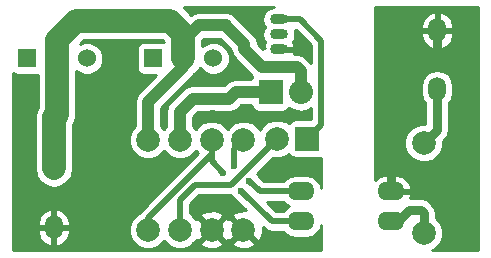
<source format=gbr>
G04 #@! TF.FileFunction,Copper,L1,Top,Signal*
%FSLAX46Y46*%
G04 Gerber Fmt 4.6, Leading zero omitted, Abs format (unit mm)*
G04 Created by KiCad (PCBNEW 4.0.4-stable) date 11/28/16 12:37:25*
%MOMM*%
%LPD*%
G01*
G04 APERTURE LIST*
%ADD10C,0.100000*%
%ADD11C,0.600000*%
%ADD12O,2.300000X1.600000*%
%ADD13C,1.998980*%
%ADD14O,1.501140X0.899160*%
%ADD15O,1.500000X2.000000*%
%ADD16C,1.524000*%
%ADD17R,1.524000X1.524000*%
%ADD18R,2.000000X2.000000*%
%ADD19C,2.000000*%
%ADD20R,2.032000X2.032000*%
%ADD21O,2.032000X2.032000*%
%ADD22C,1.000000*%
%ADD23C,2.000000*%
%ADD24C,0.500000*%
%ADD25C,0.800000*%
%ADD26C,0.250000*%
G04 APERTURE END LIST*
D10*
D11*
X216890000Y-133465000D03*
X220125000Y-136600000D03*
X218665000Y-130265000D03*
X185775000Y-133825000D03*
X209925000Y-135275000D03*
X206875000Y-138475000D03*
X206450000Y-135225000D03*
X210075000Y-141650000D03*
X190475000Y-137550000D03*
X195725000Y-135975000D03*
X193125000Y-133200000D03*
X201725000Y-130650000D03*
X203600000Y-127075000D03*
X185800000Y-128425000D03*
X193850000Y-127450000D03*
X191425000Y-130025000D03*
X205550000Y-123925000D03*
X191000000Y-134800000D03*
X200675000Y-127700000D03*
D12*
X216750000Y-139800000D03*
X216750000Y-137260000D03*
X209130000Y-137260000D03*
X209130000Y-139800000D03*
D11*
X186375000Y-137700000D03*
X222800000Y-140275000D03*
X217600000Y-125925000D03*
X222800000Y-136075000D03*
X223175000Y-122825000D03*
X222875000Y-127175000D03*
X222290000Y-132340000D03*
X206500000Y-141675000D03*
X191650000Y-140925000D03*
X186050000Y-130650000D03*
X185925000Y-141150000D03*
X193525000Y-137675000D03*
X198275000Y-135075000D03*
X193750000Y-125350000D03*
X193875000Y-130650000D03*
D13*
X196200000Y-132900000D03*
X196200000Y-140520000D03*
X219550000Y-140800000D03*
X219550000Y-133180000D03*
X201600000Y-140500000D03*
X201600000Y-132880000D03*
X204300000Y-140500000D03*
X204300000Y-132880000D03*
D14*
X207300000Y-123970000D03*
X207300000Y-125240000D03*
X207300000Y-122700000D03*
D11*
X216650000Y-122675000D03*
D15*
X188250000Y-135300000D03*
X188250000Y-140300000D03*
X220700000Y-123600000D03*
X220700000Y-128600000D03*
D16*
X188500000Y-126000000D03*
X191040000Y-126000000D03*
D17*
X185960000Y-126000000D03*
D16*
X199200000Y-126000000D03*
X201740000Y-126000000D03*
D17*
X196660000Y-126000000D03*
D18*
X209700000Y-132800000D03*
D19*
X207160000Y-132800000D03*
D20*
X206600000Y-128850000D03*
D21*
X209140000Y-128850000D03*
D13*
X198900000Y-140500000D03*
X198900000Y-132880000D03*
D11*
X202600000Y-135700000D03*
X204100000Y-137200000D03*
X203500000Y-135100000D03*
X204800000Y-136400000D03*
D22*
X202800000Y-123200000D02*
X202800000Y-123225000D01*
X202800000Y-123225000D02*
X204375000Y-124800000D01*
X204375000Y-124800000D02*
X204375000Y-125225000D01*
X204375000Y-125225000D02*
X205900000Y-126750000D01*
X205900000Y-126750000D02*
X208800000Y-126750000D01*
X208800000Y-126750000D02*
X209140000Y-127090000D01*
X209140000Y-127090000D02*
X209140000Y-128850000D01*
X200000000Y-129400000D02*
X203100000Y-129400000D01*
X203100000Y-129400000D02*
X203650000Y-128850000D01*
X203650000Y-128850000D02*
X206600000Y-128850000D01*
D23*
X188250000Y-135300000D02*
X188250000Y-131000000D01*
X188500000Y-130750000D02*
X188500000Y-126000000D01*
X188250000Y-131000000D02*
X188500000Y-130750000D01*
D22*
X200000000Y-129400000D02*
X198900000Y-130500000D01*
X198900000Y-130500000D02*
X198900000Y-132880000D01*
X199200000Y-126000000D02*
X199200000Y-126700000D01*
X199200000Y-126700000D02*
X196200000Y-129700000D01*
X196200000Y-129700000D02*
X196200000Y-132900000D01*
X199200000Y-124500000D02*
X199200000Y-126000000D01*
X200500000Y-123200000D02*
X202800000Y-123200000D01*
X199200000Y-124500000D02*
X200500000Y-123200000D01*
D23*
X188500000Y-126000000D02*
X188500000Y-124400000D01*
X199200000Y-123900000D02*
X199200000Y-126000000D01*
X198100000Y-122800000D02*
X199200000Y-123900000D01*
X190100000Y-122800000D02*
X198100000Y-122800000D01*
X188500000Y-124400000D02*
X190100000Y-122800000D01*
D24*
X207280000Y-139800000D02*
X209130000Y-139800000D01*
X196200000Y-140520000D02*
X196200000Y-139500000D01*
X201600000Y-134100000D02*
X201600000Y-132880000D01*
X196200000Y-139500000D02*
X201600000Y-134100000D01*
X207280000Y-139800000D02*
X206700000Y-139800000D01*
X206700000Y-139800000D02*
X204100000Y-137200000D01*
X201600000Y-134700000D02*
X201600000Y-132880000D01*
X202600000Y-135700000D02*
X201600000Y-134700000D01*
X207280000Y-139800000D02*
X206800000Y-139800000D01*
D25*
X219550000Y-140800000D02*
X219550000Y-139100000D01*
X218300000Y-138875000D02*
X217375000Y-139800000D01*
X219325000Y-138875000D02*
X218300000Y-138875000D01*
X219550000Y-139100000D02*
X219325000Y-138875000D01*
X217375000Y-139800000D02*
X216750000Y-139800000D01*
X220700000Y-128600000D02*
X220700000Y-132030000D01*
X220700000Y-132030000D02*
X219550000Y-133180000D01*
D24*
X207275000Y-137260000D02*
X209130000Y-137260000D01*
X207280000Y-137260000D02*
X207275000Y-137260000D01*
X207275000Y-137260000D02*
X205660000Y-137260000D01*
X203500000Y-133680000D02*
X204300000Y-132880000D01*
X205660000Y-137260000D02*
X204800000Y-136400000D01*
X203500000Y-135100000D02*
X203500000Y-133680000D01*
D25*
X216750000Y-137260000D02*
X216750000Y-133775000D01*
X220700000Y-125400000D02*
X220700000Y-123600000D01*
X217350000Y-128750000D02*
X220700000Y-125400000D01*
X217350000Y-133175000D02*
X217350000Y-128750000D01*
X216750000Y-133775000D02*
X217350000Y-133175000D01*
D24*
X198900000Y-140500000D02*
X198900000Y-138000000D01*
X203260000Y-136700000D02*
X207160000Y-132800000D01*
X200200000Y-136700000D02*
X203260000Y-136700000D01*
X198900000Y-138000000D02*
X200200000Y-136700000D01*
X207300000Y-122700000D02*
X209100000Y-122700000D01*
X210900000Y-131600000D02*
X209700000Y-132800000D01*
X210900000Y-124500000D02*
X210900000Y-131600000D01*
X209100000Y-122700000D02*
X210900000Y-124500000D01*
D26*
G36*
X224150000Y-142250000D02*
X220294694Y-142250000D01*
X220468998Y-142177979D01*
X220926373Y-141721401D01*
X221174208Y-141124549D01*
X221174772Y-140478287D01*
X220927979Y-139881002D01*
X220575000Y-139527407D01*
X220575000Y-139100000D01*
X220496977Y-138707749D01*
X220274784Y-138375216D01*
X220049784Y-138150216D01*
X219717251Y-137928023D01*
X219717246Y-137928022D01*
X219325000Y-137850000D01*
X218376544Y-137850000D01*
X218464364Y-137689839D01*
X218482476Y-137605521D01*
X218362577Y-137385000D01*
X216875000Y-137385000D01*
X216875000Y-137405000D01*
X216625000Y-137405000D01*
X216625000Y-137385000D01*
X216605000Y-137385000D01*
X216605000Y-137135000D01*
X216625000Y-137135000D01*
X216625000Y-135835000D01*
X216875000Y-135835000D01*
X216875000Y-137135000D01*
X218362577Y-137135000D01*
X218482476Y-136914479D01*
X218464364Y-136830161D01*
X218196016Y-136340761D01*
X217760809Y-135991307D01*
X217225000Y-135835000D01*
X216875000Y-135835000D01*
X216625000Y-135835000D01*
X216275000Y-135835000D01*
X215739191Y-135991307D01*
X215400000Y-136263664D01*
X215400000Y-133501713D01*
X217925228Y-133501713D01*
X218172021Y-134098998D01*
X218628599Y-134556373D01*
X219225451Y-134804208D01*
X219871713Y-134804772D01*
X220468998Y-134557979D01*
X220926373Y-134101401D01*
X221174208Y-133504549D01*
X221174644Y-133004925D01*
X221424785Y-132754784D01*
X221624950Y-132455216D01*
X221646977Y-132422251D01*
X221725000Y-132030000D01*
X221725000Y-129775195D01*
X221970334Y-129408026D01*
X222075000Y-128881836D01*
X222075000Y-128318164D01*
X221970334Y-127791974D01*
X221672272Y-127345892D01*
X221226190Y-127047830D01*
X220700000Y-126943164D01*
X220173810Y-127047830D01*
X219727728Y-127345892D01*
X219429666Y-127791974D01*
X219325000Y-128318164D01*
X219325000Y-128881836D01*
X219429666Y-129408026D01*
X219675000Y-129775195D01*
X219675000Y-131555618D01*
X219228287Y-131555228D01*
X218631002Y-131802021D01*
X218173627Y-132258599D01*
X217925792Y-132855451D01*
X217925228Y-133501713D01*
X215400000Y-133501713D01*
X215400000Y-123725000D01*
X219325000Y-123725000D01*
X219325000Y-123975000D01*
X219477501Y-124491675D01*
X219816117Y-124910661D01*
X220289296Y-125168170D01*
X220362332Y-125182893D01*
X220575000Y-125062323D01*
X220575000Y-123725000D01*
X220825000Y-123725000D01*
X220825000Y-125062323D01*
X221037668Y-125182893D01*
X221110704Y-125168170D01*
X221583883Y-124910661D01*
X221922499Y-124491675D01*
X222075000Y-123975000D01*
X222075000Y-123725000D01*
X220825000Y-123725000D01*
X220575000Y-123725000D01*
X219325000Y-123725000D01*
X215400000Y-123725000D01*
X215400000Y-123225000D01*
X219325000Y-123225000D01*
X219325000Y-123475000D01*
X220575000Y-123475000D01*
X220575000Y-122137677D01*
X220825000Y-122137677D01*
X220825000Y-123475000D01*
X222075000Y-123475000D01*
X222075000Y-123225000D01*
X221922499Y-122708325D01*
X221583883Y-122289339D01*
X221110704Y-122031830D01*
X221037668Y-122017107D01*
X220825000Y-122137677D01*
X220575000Y-122137677D01*
X220362332Y-122017107D01*
X220289296Y-122031830D01*
X219816117Y-122289339D01*
X219477501Y-122708325D01*
X219325000Y-123225000D01*
X215400000Y-123225000D01*
X215400000Y-121650000D01*
X224150000Y-121650000D01*
X224150000Y-142250000D01*
X224150000Y-142250000D01*
G37*
X224150000Y-142250000D02*
X220294694Y-142250000D01*
X220468998Y-142177979D01*
X220926373Y-141721401D01*
X221174208Y-141124549D01*
X221174772Y-140478287D01*
X220927979Y-139881002D01*
X220575000Y-139527407D01*
X220575000Y-139100000D01*
X220496977Y-138707749D01*
X220274784Y-138375216D01*
X220049784Y-138150216D01*
X219717251Y-137928023D01*
X219717246Y-137928022D01*
X219325000Y-137850000D01*
X218376544Y-137850000D01*
X218464364Y-137689839D01*
X218482476Y-137605521D01*
X218362577Y-137385000D01*
X216875000Y-137385000D01*
X216875000Y-137405000D01*
X216625000Y-137405000D01*
X216625000Y-137385000D01*
X216605000Y-137385000D01*
X216605000Y-137135000D01*
X216625000Y-137135000D01*
X216625000Y-135835000D01*
X216875000Y-135835000D01*
X216875000Y-137135000D01*
X218362577Y-137135000D01*
X218482476Y-136914479D01*
X218464364Y-136830161D01*
X218196016Y-136340761D01*
X217760809Y-135991307D01*
X217225000Y-135835000D01*
X216875000Y-135835000D01*
X216625000Y-135835000D01*
X216275000Y-135835000D01*
X215739191Y-135991307D01*
X215400000Y-136263664D01*
X215400000Y-133501713D01*
X217925228Y-133501713D01*
X218172021Y-134098998D01*
X218628599Y-134556373D01*
X219225451Y-134804208D01*
X219871713Y-134804772D01*
X220468998Y-134557979D01*
X220926373Y-134101401D01*
X221174208Y-133504549D01*
X221174644Y-133004925D01*
X221424785Y-132754784D01*
X221624950Y-132455216D01*
X221646977Y-132422251D01*
X221725000Y-132030000D01*
X221725000Y-129775195D01*
X221970334Y-129408026D01*
X222075000Y-128881836D01*
X222075000Y-128318164D01*
X221970334Y-127791974D01*
X221672272Y-127345892D01*
X221226190Y-127047830D01*
X220700000Y-126943164D01*
X220173810Y-127047830D01*
X219727728Y-127345892D01*
X219429666Y-127791974D01*
X219325000Y-128318164D01*
X219325000Y-128881836D01*
X219429666Y-129408026D01*
X219675000Y-129775195D01*
X219675000Y-131555618D01*
X219228287Y-131555228D01*
X218631002Y-131802021D01*
X218173627Y-132258599D01*
X217925792Y-132855451D01*
X217925228Y-133501713D01*
X215400000Y-133501713D01*
X215400000Y-123725000D01*
X219325000Y-123725000D01*
X219325000Y-123975000D01*
X219477501Y-124491675D01*
X219816117Y-124910661D01*
X220289296Y-125168170D01*
X220362332Y-125182893D01*
X220575000Y-125062323D01*
X220575000Y-123725000D01*
X220825000Y-123725000D01*
X220825000Y-125062323D01*
X221037668Y-125182893D01*
X221110704Y-125168170D01*
X221583883Y-124910661D01*
X221922499Y-124491675D01*
X222075000Y-123975000D01*
X222075000Y-123725000D01*
X220825000Y-123725000D01*
X220575000Y-123725000D01*
X219325000Y-123725000D01*
X215400000Y-123725000D01*
X215400000Y-123225000D01*
X219325000Y-123225000D01*
X219325000Y-123475000D01*
X220575000Y-123475000D01*
X220575000Y-122137677D01*
X220825000Y-122137677D01*
X220825000Y-123475000D01*
X222075000Y-123475000D01*
X222075000Y-123225000D01*
X221922499Y-122708325D01*
X221583883Y-122289339D01*
X221110704Y-122031830D01*
X221037668Y-122017107D01*
X220825000Y-122137677D01*
X220575000Y-122137677D01*
X220362332Y-122017107D01*
X220289296Y-122031830D01*
X219816117Y-122289339D01*
X219477501Y-122708325D01*
X219325000Y-123225000D01*
X215400000Y-123225000D01*
X215400000Y-121650000D01*
X224150000Y-121650000D01*
X224150000Y-142250000D01*
G36*
X197575000Y-124573097D02*
X197575000Y-124631739D01*
X197422000Y-124600756D01*
X195898000Y-124600756D01*
X195666389Y-124644337D01*
X195453668Y-124781219D01*
X195310962Y-124990076D01*
X195260756Y-125238000D01*
X195260756Y-126762000D01*
X195304337Y-126993611D01*
X195441219Y-127206332D01*
X195650076Y-127349038D01*
X195898000Y-127399244D01*
X196909766Y-127399244D01*
X195404505Y-128904505D01*
X195160636Y-129269481D01*
X195075000Y-129700000D01*
X195075000Y-131727664D01*
X194823627Y-131978599D01*
X194575792Y-132575451D01*
X194575228Y-133221713D01*
X194822021Y-133818998D01*
X195278599Y-134276373D01*
X195875451Y-134524208D01*
X196521713Y-134524772D01*
X197118998Y-134277979D01*
X197560351Y-133837395D01*
X197978599Y-134256373D01*
X198575451Y-134504208D01*
X199221713Y-134504772D01*
X199818998Y-134257979D01*
X200250351Y-133827378D01*
X200442601Y-134019963D01*
X195581282Y-138881282D01*
X195455137Y-139070070D01*
X195281002Y-139142021D01*
X194823627Y-139598599D01*
X194575792Y-140195451D01*
X194575228Y-140841713D01*
X194822021Y-141438998D01*
X195278599Y-141896373D01*
X195875451Y-142144208D01*
X196521713Y-142144772D01*
X197118998Y-141897979D01*
X197560351Y-141457395D01*
X197978599Y-141876373D01*
X198575451Y-142124208D01*
X199221713Y-142124772D01*
X199818998Y-141877979D01*
X200051976Y-141645406D01*
X200631370Y-141645406D01*
X200730346Y-141909639D01*
X201335990Y-142135139D01*
X201981828Y-142111704D01*
X202469654Y-141909639D01*
X202568630Y-141645406D01*
X203331370Y-141645406D01*
X203430346Y-141909639D01*
X204035990Y-142135139D01*
X204681828Y-142111704D01*
X205169654Y-141909639D01*
X205268630Y-141645406D01*
X204300000Y-140676777D01*
X203331370Y-141645406D01*
X202568630Y-141645406D01*
X201600000Y-140676777D01*
X200631370Y-141645406D01*
X200051976Y-141645406D01*
X200276373Y-141421401D01*
X200283391Y-141404501D01*
X200454594Y-141468630D01*
X201423223Y-140500000D01*
X201776777Y-140500000D01*
X202745406Y-141468630D01*
X202950000Y-141391993D01*
X203154594Y-141468630D01*
X204123223Y-140500000D01*
X203154594Y-139531370D01*
X202950000Y-139608007D01*
X202745406Y-139531370D01*
X201776777Y-140500000D01*
X201423223Y-140500000D01*
X200454594Y-139531370D01*
X200283892Y-139595311D01*
X200277979Y-139581002D01*
X200051966Y-139354594D01*
X200631370Y-139354594D01*
X201600000Y-140323223D01*
X202568630Y-139354594D01*
X202469654Y-139090361D01*
X201864010Y-138864861D01*
X201218172Y-138888296D01*
X200730346Y-139090361D01*
X200631370Y-139354594D01*
X200051966Y-139354594D01*
X199821401Y-139123627D01*
X199775000Y-139104360D01*
X199775000Y-138362436D01*
X200562437Y-137575000D01*
X203254095Y-137575000D01*
X203315366Y-137723286D01*
X203575345Y-137983720D01*
X203696657Y-138034093D01*
X204528706Y-138866142D01*
X203918172Y-138888296D01*
X203430346Y-139090361D01*
X203331370Y-139354594D01*
X204300000Y-140323223D01*
X204314142Y-140309081D01*
X204490919Y-140485858D01*
X204476777Y-140500000D01*
X205445406Y-141468630D01*
X205709639Y-141369654D01*
X205935139Y-140764010D01*
X205916635Y-140254072D01*
X206081281Y-140418718D01*
X206202928Y-140500000D01*
X206365152Y-140608395D01*
X206700000Y-140675000D01*
X207648980Y-140675000D01*
X207737599Y-140807627D01*
X208199902Y-141116528D01*
X208745226Y-141225000D01*
X209514774Y-141225000D01*
X210060098Y-141116528D01*
X210522401Y-140807627D01*
X210831302Y-140345324D01*
X210875000Y-140125640D01*
X210875000Y-142250000D01*
X184800000Y-142250000D01*
X184800000Y-140425000D01*
X186875000Y-140425000D01*
X186875000Y-140675000D01*
X187027501Y-141191675D01*
X187366117Y-141610661D01*
X187839296Y-141868170D01*
X187912332Y-141882893D01*
X188125000Y-141762323D01*
X188125000Y-140425000D01*
X188375000Y-140425000D01*
X188375000Y-141762323D01*
X188587668Y-141882893D01*
X188660704Y-141868170D01*
X189133883Y-141610661D01*
X189472499Y-141191675D01*
X189625000Y-140675000D01*
X189625000Y-140425000D01*
X188375000Y-140425000D01*
X188125000Y-140425000D01*
X186875000Y-140425000D01*
X184800000Y-140425000D01*
X184800000Y-139925000D01*
X186875000Y-139925000D01*
X186875000Y-140175000D01*
X188125000Y-140175000D01*
X188125000Y-138837677D01*
X188375000Y-138837677D01*
X188375000Y-140175000D01*
X189625000Y-140175000D01*
X189625000Y-139925000D01*
X189472499Y-139408325D01*
X189133883Y-138989339D01*
X188660704Y-138731830D01*
X188587668Y-138717107D01*
X188375000Y-138837677D01*
X188125000Y-138837677D01*
X187912332Y-138717107D01*
X187839296Y-138731830D01*
X187366117Y-138989339D01*
X187027501Y-139408325D01*
X186875000Y-139925000D01*
X184800000Y-139925000D01*
X184800000Y-127246495D01*
X184950076Y-127349038D01*
X185198000Y-127399244D01*
X186722000Y-127399244D01*
X186875000Y-127370455D01*
X186875000Y-130189111D01*
X186748696Y-130378139D01*
X186748696Y-130378140D01*
X186624999Y-131000000D01*
X186625000Y-131000005D01*
X186625000Y-135300000D01*
X186748696Y-135921861D01*
X187100951Y-136449049D01*
X187628139Y-136801304D01*
X187655968Y-136806840D01*
X187723810Y-136852170D01*
X188250000Y-136956836D01*
X188776190Y-136852170D01*
X188844032Y-136806840D01*
X188871861Y-136801304D01*
X189399049Y-136449049D01*
X189751304Y-135921861D01*
X189875000Y-135300000D01*
X189875000Y-131560889D01*
X190001304Y-131371861D01*
X190125000Y-130750000D01*
X190125000Y-127046630D01*
X190253302Y-127175156D01*
X190762898Y-127386759D01*
X191314681Y-127387240D01*
X191824646Y-127176527D01*
X192215156Y-126786698D01*
X192426759Y-126277102D01*
X192427240Y-125725319D01*
X192216527Y-125215354D01*
X191826698Y-124824844D01*
X191317102Y-124613241D01*
X190765319Y-124612760D01*
X190458607Y-124739491D01*
X190773097Y-124425000D01*
X197426902Y-124425000D01*
X197575000Y-124573097D01*
X197575000Y-124573097D01*
G37*
X197575000Y-124573097D02*
X197575000Y-124631739D01*
X197422000Y-124600756D01*
X195898000Y-124600756D01*
X195666389Y-124644337D01*
X195453668Y-124781219D01*
X195310962Y-124990076D01*
X195260756Y-125238000D01*
X195260756Y-126762000D01*
X195304337Y-126993611D01*
X195441219Y-127206332D01*
X195650076Y-127349038D01*
X195898000Y-127399244D01*
X196909766Y-127399244D01*
X195404505Y-128904505D01*
X195160636Y-129269481D01*
X195075000Y-129700000D01*
X195075000Y-131727664D01*
X194823627Y-131978599D01*
X194575792Y-132575451D01*
X194575228Y-133221713D01*
X194822021Y-133818998D01*
X195278599Y-134276373D01*
X195875451Y-134524208D01*
X196521713Y-134524772D01*
X197118998Y-134277979D01*
X197560351Y-133837395D01*
X197978599Y-134256373D01*
X198575451Y-134504208D01*
X199221713Y-134504772D01*
X199818998Y-134257979D01*
X200250351Y-133827378D01*
X200442601Y-134019963D01*
X195581282Y-138881282D01*
X195455137Y-139070070D01*
X195281002Y-139142021D01*
X194823627Y-139598599D01*
X194575792Y-140195451D01*
X194575228Y-140841713D01*
X194822021Y-141438998D01*
X195278599Y-141896373D01*
X195875451Y-142144208D01*
X196521713Y-142144772D01*
X197118998Y-141897979D01*
X197560351Y-141457395D01*
X197978599Y-141876373D01*
X198575451Y-142124208D01*
X199221713Y-142124772D01*
X199818998Y-141877979D01*
X200051976Y-141645406D01*
X200631370Y-141645406D01*
X200730346Y-141909639D01*
X201335990Y-142135139D01*
X201981828Y-142111704D01*
X202469654Y-141909639D01*
X202568630Y-141645406D01*
X203331370Y-141645406D01*
X203430346Y-141909639D01*
X204035990Y-142135139D01*
X204681828Y-142111704D01*
X205169654Y-141909639D01*
X205268630Y-141645406D01*
X204300000Y-140676777D01*
X203331370Y-141645406D01*
X202568630Y-141645406D01*
X201600000Y-140676777D01*
X200631370Y-141645406D01*
X200051976Y-141645406D01*
X200276373Y-141421401D01*
X200283391Y-141404501D01*
X200454594Y-141468630D01*
X201423223Y-140500000D01*
X201776777Y-140500000D01*
X202745406Y-141468630D01*
X202950000Y-141391993D01*
X203154594Y-141468630D01*
X204123223Y-140500000D01*
X203154594Y-139531370D01*
X202950000Y-139608007D01*
X202745406Y-139531370D01*
X201776777Y-140500000D01*
X201423223Y-140500000D01*
X200454594Y-139531370D01*
X200283892Y-139595311D01*
X200277979Y-139581002D01*
X200051966Y-139354594D01*
X200631370Y-139354594D01*
X201600000Y-140323223D01*
X202568630Y-139354594D01*
X202469654Y-139090361D01*
X201864010Y-138864861D01*
X201218172Y-138888296D01*
X200730346Y-139090361D01*
X200631370Y-139354594D01*
X200051966Y-139354594D01*
X199821401Y-139123627D01*
X199775000Y-139104360D01*
X199775000Y-138362436D01*
X200562437Y-137575000D01*
X203254095Y-137575000D01*
X203315366Y-137723286D01*
X203575345Y-137983720D01*
X203696657Y-138034093D01*
X204528706Y-138866142D01*
X203918172Y-138888296D01*
X203430346Y-139090361D01*
X203331370Y-139354594D01*
X204300000Y-140323223D01*
X204314142Y-140309081D01*
X204490919Y-140485858D01*
X204476777Y-140500000D01*
X205445406Y-141468630D01*
X205709639Y-141369654D01*
X205935139Y-140764010D01*
X205916635Y-140254072D01*
X206081281Y-140418718D01*
X206202928Y-140500000D01*
X206365152Y-140608395D01*
X206700000Y-140675000D01*
X207648980Y-140675000D01*
X207737599Y-140807627D01*
X208199902Y-141116528D01*
X208745226Y-141225000D01*
X209514774Y-141225000D01*
X210060098Y-141116528D01*
X210522401Y-140807627D01*
X210831302Y-140345324D01*
X210875000Y-140125640D01*
X210875000Y-142250000D01*
X184800000Y-142250000D01*
X184800000Y-140425000D01*
X186875000Y-140425000D01*
X186875000Y-140675000D01*
X187027501Y-141191675D01*
X187366117Y-141610661D01*
X187839296Y-141868170D01*
X187912332Y-141882893D01*
X188125000Y-141762323D01*
X188125000Y-140425000D01*
X188375000Y-140425000D01*
X188375000Y-141762323D01*
X188587668Y-141882893D01*
X188660704Y-141868170D01*
X189133883Y-141610661D01*
X189472499Y-141191675D01*
X189625000Y-140675000D01*
X189625000Y-140425000D01*
X188375000Y-140425000D01*
X188125000Y-140425000D01*
X186875000Y-140425000D01*
X184800000Y-140425000D01*
X184800000Y-139925000D01*
X186875000Y-139925000D01*
X186875000Y-140175000D01*
X188125000Y-140175000D01*
X188125000Y-138837677D01*
X188375000Y-138837677D01*
X188375000Y-140175000D01*
X189625000Y-140175000D01*
X189625000Y-139925000D01*
X189472499Y-139408325D01*
X189133883Y-138989339D01*
X188660704Y-138731830D01*
X188587668Y-138717107D01*
X188375000Y-138837677D01*
X188125000Y-138837677D01*
X187912332Y-138717107D01*
X187839296Y-138731830D01*
X187366117Y-138989339D01*
X187027501Y-139408325D01*
X186875000Y-139925000D01*
X184800000Y-139925000D01*
X184800000Y-127246495D01*
X184950076Y-127349038D01*
X185198000Y-127399244D01*
X186722000Y-127399244D01*
X186875000Y-127370455D01*
X186875000Y-130189111D01*
X186748696Y-130378139D01*
X186748696Y-130378140D01*
X186624999Y-131000000D01*
X186625000Y-131000005D01*
X186625000Y-135300000D01*
X186748696Y-135921861D01*
X187100951Y-136449049D01*
X187628139Y-136801304D01*
X187655968Y-136806840D01*
X187723810Y-136852170D01*
X188250000Y-136956836D01*
X188776190Y-136852170D01*
X188844032Y-136806840D01*
X188871861Y-136801304D01*
X189399049Y-136449049D01*
X189751304Y-135921861D01*
X189875000Y-135300000D01*
X189875000Y-131560889D01*
X190001304Y-131371861D01*
X190125000Y-130750000D01*
X190125000Y-127046630D01*
X190253302Y-127175156D01*
X190762898Y-127386759D01*
X191314681Y-127387240D01*
X191824646Y-127176527D01*
X192215156Y-126786698D01*
X192426759Y-126277102D01*
X192427240Y-125725319D01*
X192216527Y-125215354D01*
X191826698Y-124824844D01*
X191317102Y-124613241D01*
X190765319Y-124612760D01*
X190458607Y-124739491D01*
X190773097Y-124425000D01*
X197426902Y-124425000D01*
X197575000Y-124573097D01*
G36*
X207737599Y-138267627D02*
X208130268Y-138530000D01*
X207737599Y-138792373D01*
X207648980Y-138925000D01*
X207062437Y-138925000D01*
X206272437Y-138135000D01*
X207648980Y-138135000D01*
X207737599Y-138267627D01*
X207737599Y-138267627D01*
G37*
X207737599Y-138267627D02*
X208130268Y-138530000D01*
X207737599Y-138792373D01*
X207648980Y-138925000D01*
X207062437Y-138925000D01*
X206272437Y-138135000D01*
X207648980Y-138135000D01*
X207737599Y-138267627D01*
G36*
X208243219Y-134244332D02*
X208452076Y-134387038D01*
X208700000Y-134437244D01*
X210700000Y-134437244D01*
X210875000Y-134404315D01*
X210875000Y-136934360D01*
X210831302Y-136714676D01*
X210522401Y-136252373D01*
X210060098Y-135943472D01*
X209514774Y-135835000D01*
X208745226Y-135835000D01*
X208199902Y-135943472D01*
X207737599Y-136252373D01*
X207648980Y-136385000D01*
X206022437Y-136385000D01*
X205634264Y-135996828D01*
X205584634Y-135876714D01*
X205452794Y-135744643D01*
X206791095Y-134406342D01*
X206835349Y-134424718D01*
X207481814Y-134425282D01*
X208079286Y-134178412D01*
X208153274Y-134104553D01*
X208243219Y-134244332D01*
X208243219Y-134244332D01*
G37*
X208243219Y-134244332D02*
X208452076Y-134387038D01*
X208700000Y-134437244D01*
X210700000Y-134437244D01*
X210875000Y-134404315D01*
X210875000Y-136934360D01*
X210831302Y-136714676D01*
X210522401Y-136252373D01*
X210060098Y-135943472D01*
X209514774Y-135835000D01*
X208745226Y-135835000D01*
X208199902Y-135943472D01*
X207737599Y-136252373D01*
X207648980Y-136385000D01*
X206022437Y-136385000D01*
X205634264Y-135996828D01*
X205584634Y-135876714D01*
X205452794Y-135744643D01*
X206791095Y-134406342D01*
X206835349Y-134424718D01*
X207481814Y-134425282D01*
X208079286Y-134178412D01*
X208153274Y-134104553D01*
X208243219Y-134244332D01*
G36*
X204990337Y-130097611D02*
X205127219Y-130310332D01*
X205336076Y-130453038D01*
X205584000Y-130503244D01*
X207616000Y-130503244D01*
X207847611Y-130459663D01*
X208060332Y-130322781D01*
X208166514Y-130167378D01*
X208512016Y-130398235D01*
X209140000Y-130523149D01*
X209767984Y-130398235D01*
X210025000Y-130226502D01*
X210025000Y-131162756D01*
X208700000Y-131162756D01*
X208468389Y-131206337D01*
X208255668Y-131343219D01*
X208152533Y-131494161D01*
X208081691Y-131423195D01*
X207484651Y-131175282D01*
X206838186Y-131174718D01*
X206240714Y-131421588D01*
X205783195Y-131878309D01*
X205713331Y-132046560D01*
X205677979Y-131961002D01*
X205221401Y-131503627D01*
X204624549Y-131255792D01*
X203978287Y-131255228D01*
X203381002Y-131502021D01*
X202949649Y-131932622D01*
X202521401Y-131503627D01*
X201924549Y-131255792D01*
X201278287Y-131255228D01*
X200681002Y-131502021D01*
X200249649Y-131932622D01*
X200025000Y-131707581D01*
X200025000Y-130965990D01*
X200465990Y-130525000D01*
X203100000Y-130525000D01*
X203530519Y-130439364D01*
X203895495Y-130195495D01*
X204115990Y-129975000D01*
X204967266Y-129975000D01*
X204990337Y-130097611D01*
X204990337Y-130097611D01*
G37*
X204990337Y-130097611D02*
X205127219Y-130310332D01*
X205336076Y-130453038D01*
X205584000Y-130503244D01*
X207616000Y-130503244D01*
X207847611Y-130459663D01*
X208060332Y-130322781D01*
X208166514Y-130167378D01*
X208512016Y-130398235D01*
X209140000Y-130523149D01*
X209767984Y-130398235D01*
X210025000Y-130226502D01*
X210025000Y-131162756D01*
X208700000Y-131162756D01*
X208468389Y-131206337D01*
X208255668Y-131343219D01*
X208152533Y-131494161D01*
X208081691Y-131423195D01*
X207484651Y-131175282D01*
X206838186Y-131174718D01*
X206240714Y-131421588D01*
X205783195Y-131878309D01*
X205713331Y-132046560D01*
X205677979Y-131961002D01*
X205221401Y-131503627D01*
X204624549Y-131255792D01*
X203978287Y-131255228D01*
X203381002Y-131502021D01*
X202949649Y-131932622D01*
X202521401Y-131503627D01*
X201924549Y-131255792D01*
X201278287Y-131255228D01*
X200681002Y-131502021D01*
X200249649Y-131932622D01*
X200025000Y-131707581D01*
X200025000Y-130965990D01*
X200465990Y-130525000D01*
X203100000Y-130525000D01*
X203530519Y-130439364D01*
X203895495Y-130195495D01*
X204115990Y-129975000D01*
X204967266Y-129975000D01*
X204990337Y-130097611D01*
G36*
X203260178Y-125276168D02*
X203335636Y-125655519D01*
X203565811Y-126000000D01*
X203579505Y-126020495D01*
X205057088Y-127498078D01*
X204996962Y-127586076D01*
X204968829Y-127725000D01*
X203650000Y-127725000D01*
X203219481Y-127810636D01*
X202854505Y-128054505D01*
X202634010Y-128275000D01*
X200000000Y-128275000D01*
X199569481Y-128360636D01*
X199204505Y-128604505D01*
X198104505Y-129704505D01*
X197860636Y-130069481D01*
X197775000Y-130500000D01*
X197775000Y-131707664D01*
X197539649Y-131942605D01*
X197325000Y-131727581D01*
X197325000Y-130165990D01*
X199995495Y-127495495D01*
X200066206Y-127389668D01*
X200128529Y-127296395D01*
X200349049Y-127149049D01*
X200580882Y-126802086D01*
X200953302Y-127175156D01*
X201462898Y-127386759D01*
X202014681Y-127387240D01*
X202524646Y-127176527D01*
X202915156Y-126786698D01*
X203126759Y-126277102D01*
X203127240Y-125725319D01*
X202916527Y-125215354D01*
X202526698Y-124824844D01*
X202017102Y-124613241D01*
X201465319Y-124612760D01*
X200955354Y-124823473D01*
X200825000Y-124953600D01*
X200825000Y-124465990D01*
X200965990Y-124325000D01*
X202309010Y-124325000D01*
X203260178Y-125276168D01*
X203260178Y-125276168D01*
G37*
X203260178Y-125276168D02*
X203335636Y-125655519D01*
X203565811Y-126000000D01*
X203579505Y-126020495D01*
X205057088Y-127498078D01*
X204996962Y-127586076D01*
X204968829Y-127725000D01*
X203650000Y-127725000D01*
X203219481Y-127810636D01*
X202854505Y-128054505D01*
X202634010Y-128275000D01*
X200000000Y-128275000D01*
X199569481Y-128360636D01*
X199204505Y-128604505D01*
X198104505Y-129704505D01*
X197860636Y-130069481D01*
X197775000Y-130500000D01*
X197775000Y-131707664D01*
X197539649Y-131942605D01*
X197325000Y-131727581D01*
X197325000Y-130165990D01*
X199995495Y-127495495D01*
X200066206Y-127389668D01*
X200128529Y-127296395D01*
X200349049Y-127149049D01*
X200580882Y-126802086D01*
X200953302Y-127175156D01*
X201462898Y-127386759D01*
X202014681Y-127387240D01*
X202524646Y-127176527D01*
X202915156Y-126786698D01*
X203126759Y-126277102D01*
X203127240Y-125725319D01*
X202916527Y-125215354D01*
X202526698Y-124824844D01*
X202017102Y-124613241D01*
X201465319Y-124612760D01*
X200955354Y-124823473D01*
X200825000Y-124953600D01*
X200825000Y-124465990D01*
X200965990Y-124325000D01*
X202309010Y-124325000D01*
X203260178Y-125276168D01*
G36*
X210025000Y-124862437D02*
X210025000Y-126428459D01*
X209935495Y-126294505D01*
X209595495Y-125954505D01*
X209230519Y-125710636D01*
X208800000Y-125625000D01*
X208589323Y-125625000D01*
X208635581Y-125530421D01*
X208510773Y-125365000D01*
X207425000Y-125365000D01*
X207425000Y-125385000D01*
X207175000Y-125385000D01*
X207175000Y-125365000D01*
X207155000Y-125365000D01*
X207155000Y-125115000D01*
X207175000Y-125115000D01*
X207175000Y-125095000D01*
X207425000Y-125095000D01*
X207425000Y-125115000D01*
X208510773Y-125115000D01*
X208635581Y-124949579D01*
X208468804Y-124608585D01*
X208620721Y-124381224D01*
X208702519Y-123970000D01*
X208623948Y-123575000D01*
X208737564Y-123575000D01*
X210025000Y-124862437D01*
X210025000Y-124862437D01*
G37*
X210025000Y-124862437D02*
X210025000Y-126428459D01*
X209935495Y-126294505D01*
X209595495Y-125954505D01*
X209230519Y-125710636D01*
X208800000Y-125625000D01*
X208589323Y-125625000D01*
X208635581Y-125530421D01*
X208510773Y-125365000D01*
X207425000Y-125365000D01*
X207425000Y-125385000D01*
X207175000Y-125385000D01*
X207175000Y-125365000D01*
X207155000Y-125365000D01*
X207155000Y-125115000D01*
X207175000Y-125115000D01*
X207175000Y-125095000D01*
X207425000Y-125095000D01*
X207425000Y-125115000D01*
X208510773Y-125115000D01*
X208635581Y-124949579D01*
X208468804Y-124608585D01*
X208620721Y-124381224D01*
X208702519Y-123970000D01*
X208623948Y-123575000D01*
X208737564Y-123575000D01*
X210025000Y-124862437D01*
G36*
X206560837Y-121707218D02*
X206212218Y-121940157D01*
X205979279Y-122288776D01*
X205897481Y-122700000D01*
X205979279Y-123111224D01*
X206128801Y-123335000D01*
X205979279Y-123558776D01*
X205897481Y-123970000D01*
X205979279Y-124381224D01*
X206131196Y-124608585D01*
X205964419Y-124949579D01*
X206089225Y-125114998D01*
X205924430Y-125114998D01*
X205924430Y-125183440D01*
X205489822Y-124748832D01*
X205414364Y-124369481D01*
X205170495Y-124004505D01*
X203645837Y-122479847D01*
X203595495Y-122404505D01*
X203230519Y-122160636D01*
X202800000Y-122075000D01*
X200500000Y-122075000D01*
X200069481Y-122160636D01*
X199883201Y-122285104D01*
X199249049Y-121650951D01*
X199247626Y-121650000D01*
X206848490Y-121650000D01*
X206560837Y-121707218D01*
X206560837Y-121707218D01*
G37*
X206560837Y-121707218D02*
X206212218Y-121940157D01*
X205979279Y-122288776D01*
X205897481Y-122700000D01*
X205979279Y-123111224D01*
X206128801Y-123335000D01*
X205979279Y-123558776D01*
X205897481Y-123970000D01*
X205979279Y-124381224D01*
X206131196Y-124608585D01*
X205964419Y-124949579D01*
X206089225Y-125114998D01*
X205924430Y-125114998D01*
X205924430Y-125183440D01*
X205489822Y-124748832D01*
X205414364Y-124369481D01*
X205170495Y-124004505D01*
X203645837Y-122479847D01*
X203595495Y-122404505D01*
X203230519Y-122160636D01*
X202800000Y-122075000D01*
X200500000Y-122075000D01*
X200069481Y-122160636D01*
X199883201Y-122285104D01*
X199249049Y-121650951D01*
X199247626Y-121650000D01*
X206848490Y-121650000D01*
X206560837Y-121707218D01*
M02*

</source>
